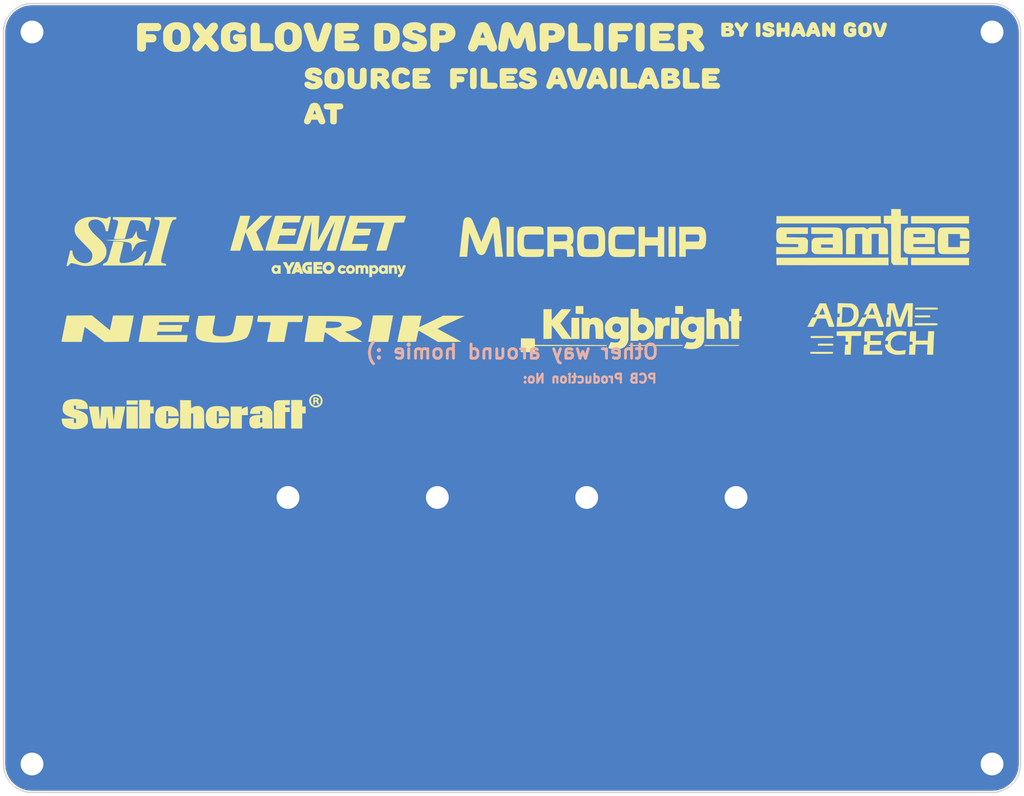
<source format=kicad_pcb>
(kicad_pcb (version 20221018) (generator pcbnew)
  (layers (0 "F.Cu" signal) (31 "B.Cu" signal) (34 "B.Paste" user) (35 "F.Paste" user) (36 "B.SilkS" user "B.Silkscreen") (37 "F.SilkS" user "F.Silkscreen") (38 "B.Mask" user) (39 "F.Mask" user) (44 "Edge.Cuts" user))
  (net 0 "")
  (net 1 "GND")
  (footprint "Amplifier Rear Panel:Hole_mask" (layer "F.Cu") (at 140.5 113)
    (fp_text reference "REF**" hide)
    (fp_text value "Hole_mask" hide)
  )
  (footprint "Amplifier Rear Panel:Hole_mask" (layer "F.Cu") (at 83.5 47.5)
    (fp_text reference "REF**" hide)
    (fp_text value "Hole_mask" hide)
  )
  (footprint "Amplifier Rear Panel:Hole_mask" (layer "F.Cu") (at 83.5 150.5)
    (fp_text reference "REF**" hide)
    (fp_text value "Hole_mask" hide)
  )
  (footprint "Custom-Mechanical:MountingHole-3mm_small_annulus" (layer "F.Cu") (at 140.5 113)
    (fp_text reference "H6" hide)
    (fp_text value "M3" hide)
    (pad "1" thru_hole circle (at 0 0) (size 3.5 3.5) (drill 3.2) (layers "*.Cu" "*.Mask") (net 1 "GND"))
  )
  (footprint "Custom-Mechanical:MountingHole-3mm_small_annulus" (layer "F.Cu") (at 83.5 150.5)
    (fp_text reference "H2" hide)
    (fp_text value "M3" hide)
    (pad "1" thru_hole circle (at 0 0) (size 3.5 3.5) (drill 3.2) (layers "*.Cu" "*.Mask") (net 1 "GND"))
  )
  (footprint "Amplifier Rear Panel:Hole_mask" (layer "F.Cu") (at 218.5 150.5)
    (fp_text reference "REF**" hide)
    (fp_text value "Hole_mask" hide)
  )
  (footprint "Amplifier Rear Panel:Rear Panel Design" (layer "F.Cu") (at 151 99)
    (fp_text reference "Ref**" hide)
    (fp_text value "Val**" hide)
    (zone (net 0) (net_name "") (layer "F.Cu") (connect_pads (clearance 0)) (min_thickness 0.25)
      (keepout (tracks not_allowed) (vias not_allowed) (pads not_allowed) (copperpour not_allowed) (footprints allowed))
      (fill (thermal_gap 0.5) (thermal_bridge_width 0.5))
      (polygon (pts (xy 210.651918 49.502712) (xy 210.859319 49.507899) (xy 211.04991 49.517348) (xy 211.213891 49.531057) (xy 211.29325 49.541005) (xy 211.807923 49.636545) (xy 212.301573 49.76875) (xy 212.774721 49.937845) (xy 213.227886 50.144056) (xy 213.661591 50.387606) (xy 214.076355 50.66872) (xy 214.288333 50.832738) (xy 214.415922 50.941374) (xy 214.560121 51.073239) (xy 214.711013 51.218573) (xy 214.85868 51.367614) (xy 214.993205 51.5106) (xy 215.097332 51.629) (xy 215.403685 52.025786) (xy 215.673544 52.442341) (xy 215.906496 52.876289) (xy 216.102125 53.325257) (xy 216.26002 53.786869) (xy 216.379765 54.258751) (xy 216.460948 54.738529) (xy 216.503154 55.223827) (xy 216.50597 55.712272) (xy 216.468983 56.201488) (xy 216.391778 56.689101) (xy 216.273942 57.172737) (xy 216.136363 57.59301) (xy 216.00492 57.91347) (xy 215.843978 58.244762) (xy 215.660028 58.575432) (xy 215.459562 58.894024) (xy 215.249071 59.189084) (xy 215.185844 59.270166) (xy 215.084437 59.389937) (xy 214.957754 59.527975) (xy 214.813832 59.676421) (xy 214.660703 59.827415) (xy 214.506403 59.973099) (xy 214.358967 60.105613) (xy 214.226429 60.217098) (xy 214.182255 60.251843) (xy 213.76478 60.546334) (xy 213.329302 60.802547) (xy 212.876416 61.020237) (xy 212.406717 61.199155) (xy 211.9208 61.339056) (xy 211.419259 61.439692) (xy 211.270701 61.461533) (xy 211.136101 61.475886) (xy 210.97051 61.487561) (xy 210.785026 61.496299) (xy 210.590746 61.501842) (xy 210.398766 61.503928) (xy 210.220183 61.5023) (xy 210.066094 61.496696) (xy 209.9915 61.491451) (xy 209.490071 61.426164) (xy 208.999922 61.320657) (xy 208.523096 61.176003) (xy 208.061636 60.993276) (xy 207.617586 60.77355) (xy 207.192988 60.517899) (xy 206.789888 60.227396) (xy 206.410327 59.903116) (xy 206.056349 59.546131) (xy 205.860241 59.320498) (xy 205.561521 58.927017) (xy 205.299289 58.514423) (xy 205.073672 58.085205) (xy 204.884799 57.641849) (xy 204.732796 57.186839) (xy 204.617793 56.722664) (xy 204.539917 56.251808) (xy 204.499296 55.776759) (xy 204.496056 55.300003) (xy 204.530328 54.824025) (xy 204.602237 54.351312) (xy 204.711911 53.884351) (xy 204.85948 53.425627) (xy 205.045069 52.977628) (xy 205.268808 52.542838) (xy 205.493201 52.179333) (xy 205.617223 51.998376) (xy 205.733866 51.839148) (xy 205.851306 51.6918) (xy 205.977723 51.546482) (xy 206.121292 51.393344) (xy 206.275221 51.237416) (xy 206.649492 50.893409) (xy 207.04359 50.586694) (xy 207.457765 50.317149) (xy 207.892268 50.084648) (xy 208.347351 49.889068) (xy 208.823264 49.730284) (xy 209.320259 49.608173) (xy 209.70575 49.540762) (xy 209.850204 49.524616) (xy 210.026849 49.512739) (xy 210.225882 49.50513) (xy 210.437505 49.501788)))
    )
    (zone (net 0) (net_name "") (layer "F.Cu") (connect_pads (clearance 0)) (min_thickness 0.25)
      (keepout (tracks not_allowed) (vias not_allowed) (pads not_allowed) (copperpour not_allowed) (footprints allowed))
      (fill (thermal_gap 0.5) (thermal_bridge_width 0.5))
      (polygon (pts (xy 210.718936 136.500646) (xy 210.908046 136.506378) (xy 211.078736 136.517313) (xy 211.24291 136.534578) (xy 211.412474 136.559305) (xy 211.599333 136.592623) (xy 211.706 136.613462) (xy 212.172761 136.727718) (xy 212.633573 136.882078) (xy 213.083704 137.074327) (xy 213.518424 137.302254) (xy 213.933001 137.563645) (xy 214.267166 137.8114) (xy 214.369837 137.898214) (xy 214.492223 138.009481) (xy 214.626569 138.137444) (xy 214.765118 138.274347) (xy 214.900113 138.412435) (xy 215.0238 138.54395) (xy 215.12842 138.661138) (xy 215.185632 138.729833) (xy 215.480734 139.132736) (xy 215.739981 139.555866) (xy 215.962759 139.996597) (xy 216.148451 140.452302) (xy 216.296443 140.920353) (xy 216.40612 141.398124) (xy 216.476867 141.882986) (xy 216.508068 142.372314) (xy 216.499109 142.86348) (xy 216.449374 143.353857) (xy 216.370059 143.788666) (xy 216.240685 144.276499) (xy 216.073265 144.747387) (xy 215.869218 145.199509) (xy 215.629959 145.631045) (xy 215.356908 146.040173) (xy 215.05148 146.425075) (xy 214.715095 146.783929) (xy 214.349168 147.114915) (xy 213.955118 147.416213) (xy 213.534362 147.686002) (xy 213.190189 147.872568) (xy 212.796617 148.05363) (xy 212.400909 148.202072) (xy 211.993212 148.320986) (xy 211.563673 148.413464) (xy 211.35675 148.447869) (xy 211.222516 148.464206) (xy 211.057016 148.477954) (xy 210.870509 148.48882) (xy 210.673253 148.496506) (xy 210.475507 148.500719) (xy 210.287529 148.501161) (xy 210.119579 148.497538) (xy 209.981915 148.489553) (xy 209.964645 148.487974) (xy 209.566135 148.43535) (xy 209.160869 148.355497) (xy 208.764363 148.251931) (xy 208.414583 148.136503) (xy 208.085447 148.001365) (xy 207.74658 147.836344) (xy 207.409682 147.648066) (xy 207.086452 147.443155) (xy 206.78859 147.228237) (xy 206.731833 147.183632) (xy 206.629118 147.096766) (xy 206.506702 146.985461) (xy 206.372341 146.857474) (xy 206.233792 146.720561) (xy 206.098811 146.582478) (xy 205.975153 146.450982) (xy 205.870575 146.333829) (xy 205.8134 146.265166) (xy 205.515251 145.858216) (xy 205.254116 145.431995) (xy 205.030521 144.988699) (xy 204.844993 144.530522) (xy 204.698058 144.059658) (xy 204.590241 143.578301) (xy 204.522068 143.088645) (xy 204.494066 142.592886) (xy 204.50676 142.093216) (xy 204.560677 141.591831) (xy 204.616663 141.27302) (xy 204.726108 140.830888) (xy 204.874208 140.389134) (xy 205.057805 139.95475) (xy 205.273743 139.534725) (xy 205.518861 139.136052) (xy 205.692409 138.891586) (xy 206.004941 138.510075) (xy 206.347237 138.156276) (xy 206.716514 137.831951) (xy 207.109992 137.538863) (xy 207.524889 137.278774) (xy 207.958423 137.053445) (xy 208.407813 136.86464) (xy 208.870277 136.714121) (xy 209.286482 136.614607) (xy 209.488587 136.57614) (xy 209.666396 136.546906) (xy 209.83189 136.525763) (xy 209.997054 136.511569) (xy 210.17387 136.503182) (xy 210.37432 136.499459) (xy 210.4995 136.498986)))
    )
    (zone (net 0) (net_name "") (layer "F.Cu") (connect_pads (clearance 0)) (min_thickness 0.25)
      (keepout (tracks not_allowed) (vias not_allowed) (pads not_allowed) (copperpour not_allowed) (footprints allowed))
      (fill (thermal_gap 0.5) (thermal_bridge_width 0.5))
      (polygon (pts (xy 91.739936 49.504732) (xy 91.961401 49.513817) (xy 92.164259 49.528166) (xy 92.338414 49.547712) (xy 92.366072 49.551798) (xy 92.871973 49.650839) (xy 93.362336 49.789242) (xy 93.836761 49.966835) (xy 94.294846 50.183443) (xy 94.736188 50.438896) (xy 95.160386 50.733018) (xy 95.225833 50.78303) (xy 95.331263 50.869908) (xy 95.456516 50.981571) (xy 95.594028 51.110525) (xy 95.736232 51.249277) (xy 95.875561 51.390333) (xy 96.00445 51.5262) (xy 96.115333 51.649383) (xy 96.186844 51.734833) (xy 96.485788 52.14349) (xy 96.747991 52.572848) (xy 96.972982 53.021771) (xy 97.160289 53.489127) (xy 97.309441 53.973782) (xy 97.419964 54.474602) (xy 97.472983 54.825166) (xy 97.484109 54.946457) (xy 97.492243 55.099946) (xy 97.497383 55.275601) (xy 97.499527 55.463392) (xy 97.498672 55.653289) (xy 97.494817 55.835261) (xy 97.487959 55.999278) (xy 97.478096 56.135309) (xy 97.473285 56.179833) (xy 97.390443 56.68729) (xy 97.26837 57.18012) (xy 97.107639 57.656989) (xy 96.908825 58.116563) (xy 96.672501 58.557505) (xy 96.399242 58.97848) (xy 96.106699 59.357811) (xy 95.769154 59.729121) (xy 95.404423 60.068691) (xy 95.014557 60.375394) (xy 94.601608 60.648106) (xy 94.167625 60.885702) (xy 93.714661 61.087055) (xy 93.244766 61.251042) (xy 92.759991 61.376536) (xy 92.273083 61.461008) (xy 92.169827 61.471991) (xy 92.037857 61.482027) (xy 91.886519 61.490791) (xy 91.725158 61.497956) (xy 91.56312 61.503197) (xy 91.409752 61.506189) (xy 91.274399 61.506606) (xy 91.166407 61.504123) (xy 91.1195 61.501182) (xy 90.757222 61.462486) (xy 90.426545 61.412409) (xy 90.117849 61.349214) (xy 89.821513 61.271164) (xy 89.784488 61.260165) (xy 89.302188 61.093406) (xy 88.839778 60.889284) (xy 88.397339 60.64784) (xy 87.974953 60.369118) (xy 87.821366 60.254703) (xy 87.694911 60.151792) (xy 87.550887 60.0252) (xy 87.397299 59.882751) (xy 87.242152 59.732269) (xy 87.093448 59.581578) (xy 86.959195 59.438502) (xy 86.847395 59.310866) (xy 86.814155 59.270166) (xy 86.516891 58.863904) (xy 86.255735 58.437314) (xy 86.031504 57.992857) (xy 85.84502 57.532995) (xy 85.6971 57.060186) (xy 85.588566 56.576892) (xy 85.520237 56.085574) (xy 85.492931 55.588691) (xy 85.49576 55.312) (xy 85.532972 54.802021) (xy 85.609979 54.306431) (xy 85.726904 53.824846) (xy 85.88387 53.356883) (xy 86.081 52.902158) (xy 86.318417 52.460288) (xy 86.504792 52.164183) (xy 86.705597 51.879189) (xy 86.910953 51.620904) (xy 87.133261 51.374436) (xy 87.31226 51.194501) (xy 87.485268 51.03087) (xy 87.645027 50.889808) (xy 87.804216 50.761079) (xy 87.975517 50.634446) (xy 88.171608 50.499674) (xy 88.179649 50.494302) (xy 88.603428 50.236164) (xy 89.045395 50.015601) (xy 89.506442 49.832277) (xy 89.987462 49.685854) (xy 90.489348 49.575995) (xy 90.70675 49.540652) (xy 90.869857 49.522396) (xy 91.064822 49.509744) (xy 91.281553 49.502628) (xy 91.509955 49.50098)))
    )
    (zone (net 0) (net_name "") (layer "F.Cu") (connect_pads (clearance 0)) (min_thickness 0.25)
      (keepout (tracks not_allowed) (vias not_allowed) (pads not_allowed) (copperpour not_allowed) (footprints allowed))
      (fill (thermal_gap 0.5) (thermal_bridge_width 0.5))
      (polygon (pts (xy 91.722023 136.500745) (xy 91.913372 136.506747) (xy 92.086587 136.51808) (xy 92.25371 136.535832) (xy 92.426782 136.561091) (xy 92.617845 136.594945) (xy 92.667501 136.604429) (xy 93.139535 136.716879) (xy 93.60283 136.869399) (xy 94.053871 137.060046) (xy 94.489139 137.286881) (xy 94.905118 137.547961) (xy 95.29829 137.841347) (xy 95.665138 138.165096) (xy 95.869841 138.371724) (xy 96.197488 138.748616) (xy 96.488276 139.144625) (xy 96.743497 139.56193) (xy 96.964443 140.002708) (xy 97.152405 140.469137) (xy 97.205825 140.62425) (xy 97.342608 141.103767) (xy 97.438245 141.588815) (xy 97.493171 142.076985) (xy 97.507822 142.565865) (xy 97.482633 143.053045) (xy 97.41804 143.536116) (xy 97.314479 144.012667) (xy 97.172385 144.480288) (xy 96.992193 144.936569) (xy 96.774339 145.379099) (xy 96.519259 145.805468) (xy 96.227389 146.213266) (xy 96.186466 146.265166) (xy 96.099844 146.367679) (xy 95.988757 146.489921) (xy 95.860949 146.624146) (xy 95.724163 146.762609) (xy 95.586142 146.897566) (xy 95.454631 147.021273) (xy 95.337371 147.125983) (xy 95.268166 147.183632) (xy 94.876678 147.470182) (xy 94.459181 147.726789) (xy 94.021504 147.950544) (xy 93.569477 148.13854) (xy 93.108931 148.28787) (xy 92.990776 148.319425) (xy 92.731902 148.380833) (xy 92.49027 148.427312) (xy 92.252489 148.460593) (xy 92.00517 148.482407) (xy 91.734922 148.494484) (xy 91.616916 148.496984) (xy 91.473466 148.498748) (xy 91.337802 148.499539) (xy 91.217936 148.499379) (xy 91.121881 148.498289) (xy 91.057646 148.496289) (xy 91.045416 148.495485) (xy 90.541427 148.433045) (xy 90.048602 148.330623) (xy 89.569015 148.189154) (xy 89.10474 148.009574) (xy 88.657849 147.792819) (xy 88.230415 147.539822) (xy 87.824513 147.25152) (xy 87.442214 146.928847) (xy 87.322945 146.816298) (xy 86.972723 146.447714) (xy 86.657337 146.055443) (xy 86.377538 145.64083) (xy 86.13408 145.20522) (xy 85.927714 144.749958) (xy 85.759193 144.27639) (xy 85.62989 143.788666) (xy 85.590219 143.60128) (xy 85.559308 143.432518) (xy 85.536182 143.272465) (xy 85.51987 143.111206) (xy 85.509396 142.938826) (xy 85.503788 142.745409) (xy 85.502072 142.521042) (xy 85.502086 142.486916) (xy 85.504781 142.232134) (xy 85.513046 142.008838) (xy 85.52815 141.806402) (xy 85.551359 141.614197) (xy 85.583942 141.421595) (xy 85.627164 141.217971) (xy 85.6785 141.007511) (xy 85.817587 140.545424) (xy 85.996089 140.090441) (xy 86.211109 139.648371) (xy 86.459748 139.225028) (xy 86.739108 138.826221) (xy 86.814367 138.729833) (xy 86.901233 138.627118) (xy 87.012538 138.504702) (xy 87.140525 138.370341) (xy 87.277438 138.231792) (xy 87.415521 138.096811) (xy 87.547017 137.973153) (xy 87.66417 137.868575) (xy 87.732833 137.8114) (xy 88.124887 137.52443) (xy 88.541654 137.268428) (xy 88.978188 137.045688) (xy 89.429547 136.858502) (xy 89.890786 136.709165) (xy 90.336333 136.603913) (xy 90.532841 136.567969) (xy 90.708891 136.540856) (xy 90.87649 136.521492) (xy 91.047648 136.508793) (xy 91.234372 136.501678) (xy 91.44867 136.499065) (xy 91.5005 136.498986)))
    )
  )
  (footprint "Custom-Mechanical:MountingHole-3mm_small_annulus" (layer "F.Cu") (at 83.5 47.5)
    (fp_text reference "H1" hide)
    (fp_text value "M3" hide)
    (pad "1" thru_hole circle (at 0 0) (size 3.5 3.5) (drill 3.2) (layers "*.Cu" "*.Mask") (net 1 "GND"))
  )
  (footprint "Custom-Mechanical:MountingHole-3mm_small_annulus" (layer "F.Cu") (at 218.5 47.5)
    (fp_text reference "H3" hide)
    (fp_text value "M3" hide)
    (pad "1" thru_hole circle (at 0 0) (size 3.5 3.5) (drill 3.2) (layers "*.Cu" "*.Mask") (net 1 "GND"))
  )
  (footprint "Custom-Mechanical:MountingHole-3mm_small_annulus" (layer "F.Cu") (at 161.5 113)
    (fp_text reference "H7" hide)
    (fp_text value "M3" hide)
    (pad "1" thru_hole circle (at 0 0) (size 3.5 3.5) (drill 3.2) (layers "*.Cu" "*.Mask") (net 1 "GND"))
  )
  (footprint "Custom-Mechanical:MountingHole-3mm_small_annulus" (layer "F.Cu") (at 218.5 150.5)
    (fp_text reference "H4" hide)
    (fp_text value "M3" hide)
    (pad "1" thru_hole circle (at 0 0) (size 3.5 3.5) (drill 3.2) (layers "*.Cu" "*.Mask") (net 1 "GND"))
  )
  (footprint "Custom-Mechanical:MountingHole-3mm_small_annulus" (layer "F.Cu") (at 119.5 113)
    (fp_text reference "H5" hide)
    (fp_text value "M3" hide)
    (pad "1" thru_hole circle (at 0 0) (size 3.5 3.5) (drill 3.2) (layers "*.Cu" "*.Mask") (net 1 "GND"))
  )
  (footprint "Amplifier Rear Panel:Hole_mask" (layer "F.Cu") (at 182.5 113)
    (fp_text reference "REF**" hide)
    (fp_text value "Hole_mask" hide)
  )
  (footprint "Amplifier Rear Panel:Hole_mask" (layer "F.Cu") (at 218.5 47.5)
    (fp_text reference "REF**" hide)
    (fp_text value "Hole_mask" hide)
  )
  (footprint "Amplifier Rear Panel:Hole_mask" (layer "F.Cu") (at 119.5 113)
    (fp_text reference "REF**" hide)
    (fp_text value "Hole_mask" hide)
  )
  (footprint "Custom-Mechanical:MountingHole-3mm_small_annulus" (layer "F.Cu") (at 182.5 113)
    (fp_text reference "H8" hide)
    (fp_text value "M3" hide)
    (pad "1" thru_hole circle (at 0 0) (size 3.5 3.5) (drill 3.2) (layers "*.Cu" "*.Mask") (net 1 "GND"))
  )
  (footprint "Amplifier Rear Panel:Hole_mask" (layer "F.Cu") (at 161.5 113)
    (fp_text reference "REF**" hide)
    (fp_text value "Hole_mask" hide)
  )
  (footprint "Amplifier Rear Panel:Hole_mask" (layer "B.Cu") (at 161.5 113 180)
    (fp_text reference "REF**" hide)
    (fp_text value "Hole_mask" hide)
  )
  (footprint "Amplifier Rear Panel:Hole_mask" (layer "B.Cu") (at 83.5 47.5 180)
    (fp_text reference "REF**" hide)
    (fp_text value "Hole_mask" hide)
  )
  (footprint "Amplifier Rear Panel:Hole_mask" (layer "B.Cu") (at 83.5 150.5 180)
    (fp_text reference "REF**" hide)
    (fp_text value "Hole_mask" hide)
  )
  (footprint "Amplifier Rear Panel:Hole_mask" (layer "B.Cu") (at 218.5 47.5 180)
    (fp_text reference "REF**" hide)
    (fp_text value "Hole_mask" hide)
  )
  (footprint "Amplifier Rear Panel:Hole_mask" (layer "B.Cu") (at 218.5 150.5 180)
    (fp_text reference "REF**" hide)
    (fp_text value "Hole_mask" hide)
  )
  (footprint "Amplifier Rear Panel:Hole_mask" (layer "B.Cu") (at 140.5 113 180)
    (fp_text reference "REF**" hide)
    (fp_text value "Hole_mask" hide)
  )
  (footprint "Amplifier Rear Panel:Hole_mask" (layer "B.Cu") (at 182.5 113 180)
    (fp_text reference "REF**" hide)
    (fp_text value "Hole_mask" hide)
  )
  (footprint "Amplifier Rear Panel:Hole_mask" (layer "B.Cu") (at 119.5 113 180)
    (fp_text reference "REF**" hide)
    (fp_text value "Hole_mask" hide)
  )
  (gr_line (start 83.5 154.5) (end 218.5 154.5) (stroke (width 0.2)) (layer "Edge.Cuts"))
  (gr_line (start 79.5 47.5) (end 79.5 150.5) (stroke (width 0.2)) (layer "Edge.Cuts"))
  (gr_line (start 222.5 150.5) (end 222.5 47.5) (stroke (width 0.2)) (layer "Edge.Cuts"))
  (gr_arc (start 218.5 43.5) (mid 221.328427 44.671573) (end 222.5 47.5) (stroke (width 0.2)) (layer "Edge.Cuts"))
  (gr_arc (start 83.5 154.5) (mid 80.671573 153.328427) (end 79.5 150.5) (stroke (width 0.2)) (layer "Edge.Cuts"))
  (gr_line (start 218.5 43.5) (end 83.5 43.5) (stroke (width 0.2)) (layer "Edge.Cuts"))
  (gr_arc (start 222.5 150.5) (mid 221.328427 153.328427) (end 218.5 154.5) (stroke (width 0.2)) (layer "Edge.Cuts"))
  (gr_arc (start 79.5 47.5) (mid 80.671573 44.671573) (end 83.5 43.5) (stroke (width 0.2)) (layer "Edge.Cuts"))
  (gr_text "PCB Production No:" (at 171.5 97) (layer "B.SilkS") (effects (font (size 1.25 1.25) (thickness 0.3125) bold) (justify left bottom mirror)))
  (gr_text "Other way around homie :)" (at 151 92.5) (layer "B.SilkS") (effects (font (size 2 2) (thickness 0.4) bold) (justify mirror)))
  (zone (net 1) (net_name "GND") (layers "F&B.Cu") (connect_pads yes (clearance 0.5)) (min_thickness 0.25) (fill yes (thermal_gap 0.5) (thermal_bridge_width 0.5))
    (polygon (pts (xy 79 43) (xy 223 43) (xy 223 155) (xy 79 155)))
  )
)
</source>
